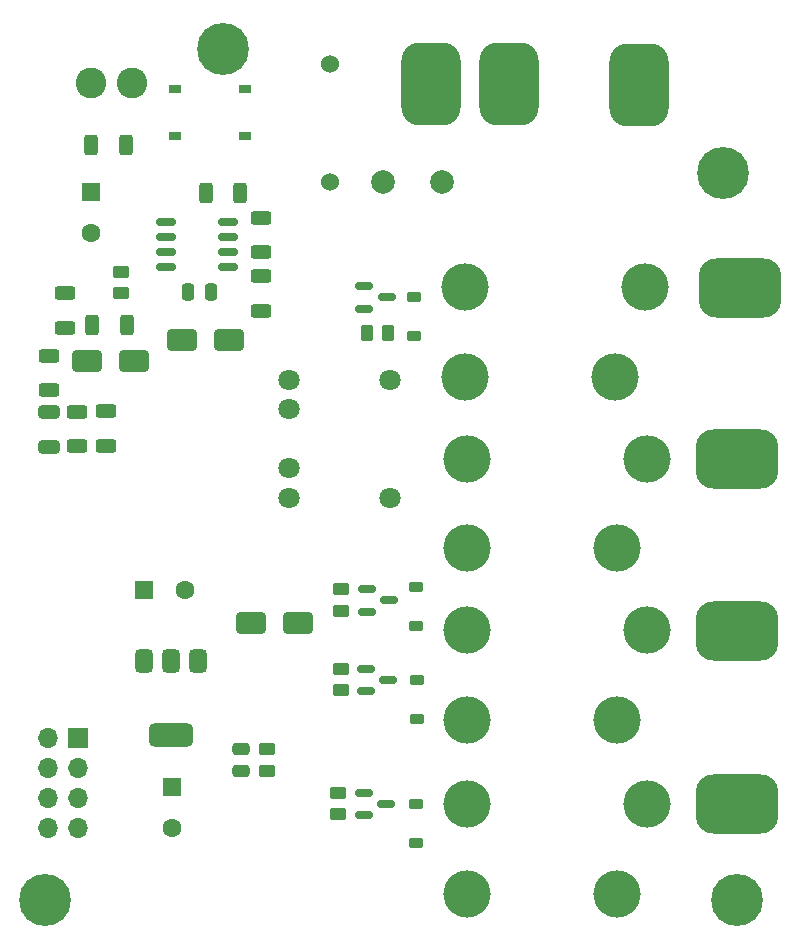
<source format=gts>
G04 #@! TF.GenerationSoftware,KiCad,Pcbnew,8.0.2-8.0.2-0~ubuntu22.04.1*
G04 #@! TF.CreationDate,2024-05-22T14:55:59+07:00*
G04 #@! TF.ProjectId,PCB_design,5043425f-6465-4736-9967-6e2e6b696361,rev?*
G04 #@! TF.SameCoordinates,Original*
G04 #@! TF.FileFunction,Soldermask,Top*
G04 #@! TF.FilePolarity,Negative*
%FSLAX46Y46*%
G04 Gerber Fmt 4.6, Leading zero omitted, Abs format (unit mm)*
G04 Created by KiCad (PCBNEW 8.0.2-8.0.2-0~ubuntu22.04.1) date 2024-05-22 14:55:59*
%MOMM*%
%LPD*%
G01*
G04 APERTURE LIST*
G04 Aperture macros list*
%AMRoundRect*
0 Rectangle with rounded corners*
0 $1 Rounding radius*
0 $2 $3 $4 $5 $6 $7 $8 $9 X,Y pos of 4 corners*
0 Add a 4 corners polygon primitive as box body*
4,1,4,$2,$3,$4,$5,$6,$7,$8,$9,$2,$3,0*
0 Add four circle primitives for the rounded corners*
1,1,$1+$1,$2,$3*
1,1,$1+$1,$4,$5*
1,1,$1+$1,$6,$7*
1,1,$1+$1,$8,$9*
0 Add four rect primitives between the rounded corners*
20,1,$1+$1,$2,$3,$4,$5,0*
20,1,$1+$1,$4,$5,$6,$7,0*
20,1,$1+$1,$6,$7,$8,$9,0*
20,1,$1+$1,$8,$9,$2,$3,0*%
G04 Aperture macros list end*
%ADD10RoundRect,0.250000X-0.450000X0.262500X-0.450000X-0.262500X0.450000X-0.262500X0.450000X0.262500X0*%
%ADD11RoundRect,0.225000X0.375000X-0.225000X0.375000X0.225000X-0.375000X0.225000X-0.375000X-0.225000X0*%
%ADD12RoundRect,0.250000X0.475000X-0.250000X0.475000X0.250000X-0.475000X0.250000X-0.475000X-0.250000X0*%
%ADD13RoundRect,0.250000X0.625000X-0.312500X0.625000X0.312500X-0.625000X0.312500X-0.625000X-0.312500X0*%
%ADD14C,0.700000*%
%ADD15RoundRect,1.500000X1.000000X2.000000X-1.000000X2.000000X-1.000000X-2.000000X1.000000X-2.000000X0*%
%ADD16RoundRect,0.250000X0.450000X-0.262500X0.450000X0.262500X-0.450000X0.262500X-0.450000X-0.262500X0*%
%ADD17C,4.400000*%
%ADD18R,1.600000X1.600000*%
%ADD19C,1.600000*%
%ADD20RoundRect,0.150000X0.675000X0.150000X-0.675000X0.150000X-0.675000X-0.150000X0.675000X-0.150000X0*%
%ADD21C,1.524000*%
%ADD22RoundRect,0.250000X-1.000000X-0.650000X1.000000X-0.650000X1.000000X0.650000X-1.000000X0.650000X0*%
%ADD23C,2.000000*%
%ADD24C,4.000000*%
%ADD25RoundRect,0.150000X-0.587500X-0.150000X0.587500X-0.150000X0.587500X0.150000X-0.587500X0.150000X0*%
%ADD26R,1.700000X1.700000*%
%ADD27O,1.700000X1.700000*%
%ADD28C,2.600000*%
%ADD29RoundRect,1.500000X2.000000X-1.000000X2.000000X1.000000X-2.000000X1.000000X-2.000000X-1.000000X0*%
%ADD30RoundRect,0.375000X-0.375000X0.625000X-0.375000X-0.625000X0.375000X-0.625000X0.375000X0.625000X0*%
%ADD31RoundRect,0.500000X-1.400000X0.500000X-1.400000X-0.500000X1.400000X-0.500000X1.400000X0.500000X0*%
%ADD32RoundRect,0.250000X0.312500X0.625000X-0.312500X0.625000X-0.312500X-0.625000X0.312500X-0.625000X0*%
%ADD33RoundRect,0.250000X0.262500X0.450000X-0.262500X0.450000X-0.262500X-0.450000X0.262500X-0.450000X0*%
%ADD34RoundRect,0.250000X-0.625000X0.312500X-0.625000X-0.312500X0.625000X-0.312500X0.625000X0.312500X0*%
%ADD35RoundRect,0.250000X0.650000X-0.325000X0.650000X0.325000X-0.650000X0.325000X-0.650000X-0.325000X0*%
%ADD36C,1.800000*%
%ADD37R,1.000000X0.700000*%
%ADD38RoundRect,0.250000X0.250000X0.475000X-0.250000X0.475000X-0.250000X-0.475000X0.250000X-0.475000X0*%
G04 APERTURE END LIST*
D10*
X106900000Y-51437500D03*
X106900000Y-53262500D03*
D11*
X131900000Y-89300000D03*
X131900000Y-86000000D03*
D12*
X117050000Y-93712500D03*
X117050000Y-91812500D03*
D13*
X100800000Y-61462500D03*
X100800000Y-58537500D03*
D14*
X134300000Y-33300000D03*
D15*
X133100000Y-35550000D03*
D14*
X133100000Y-33300000D03*
X131900000Y-33300000D03*
D16*
X125500000Y-86862500D03*
X125500000Y-85037500D03*
D14*
X156216726Y-43033274D03*
X156700000Y-41866548D03*
X156700000Y-44200000D03*
X157866726Y-41383274D03*
D17*
X157866726Y-43033274D03*
D14*
X157866726Y-44683274D03*
X159033452Y-41866548D03*
X159033452Y-44200000D03*
X159516726Y-43033274D03*
D11*
X131700000Y-56900000D03*
X131700000Y-53600000D03*
D16*
X125250000Y-97362500D03*
X125250000Y-95537500D03*
D18*
X104350000Y-44650000D03*
D19*
X104350000Y-48150000D03*
D20*
X115925000Y-51055000D03*
X115925000Y-49785000D03*
X115925000Y-48515000D03*
X115925000Y-47245000D03*
X110675000Y-47245000D03*
X110675000Y-48515000D03*
X110675000Y-49785000D03*
X110675000Y-51055000D03*
D21*
X124600000Y-43850000D03*
X124600000Y-33850000D03*
D22*
X103950000Y-59000000D03*
X107950000Y-59000000D03*
D13*
X105600000Y-66137500D03*
X105600000Y-63212500D03*
D23*
X134050000Y-43850000D03*
X129050000Y-43850000D03*
D22*
X112000000Y-57200000D03*
X116000000Y-57200000D03*
D11*
X131800000Y-99800000D03*
X131800000Y-96500000D03*
D24*
X148725000Y-60350000D03*
X151265000Y-52750000D03*
X136025000Y-60350000D03*
X136025000Y-52750000D03*
D25*
X127575000Y-85050000D03*
X127575000Y-86950000D03*
X129450000Y-86000000D03*
D24*
X148850000Y-104100000D03*
X151390000Y-96500000D03*
X136150000Y-104100000D03*
X136150000Y-96500000D03*
D26*
X103200000Y-90930000D03*
D27*
X100660000Y-90930000D03*
X103200000Y-93470000D03*
X100660000Y-93470000D03*
X103200000Y-96010000D03*
X100660000Y-96010000D03*
X103200000Y-98550000D03*
X100660000Y-98550000D03*
D13*
X103150000Y-66200000D03*
X103150000Y-63275000D03*
D24*
X148850000Y-74850000D03*
X151390000Y-67250000D03*
X136150000Y-74850000D03*
X136150000Y-67250000D03*
D16*
X125500000Y-80112500D03*
X125500000Y-78287500D03*
D28*
X107812500Y-35400000D03*
X104312500Y-35400000D03*
D14*
X140900000Y-33300000D03*
D15*
X139700000Y-35550000D03*
D14*
X139700000Y-33300000D03*
X138500000Y-33300000D03*
D25*
X127675000Y-78300000D03*
X127675000Y-80200000D03*
X129550000Y-79250000D03*
D13*
X118700000Y-54712500D03*
X118700000Y-51787500D03*
D14*
X113883274Y-32533274D03*
X114366548Y-31366548D03*
X114366548Y-33700000D03*
X115533274Y-30883274D03*
D17*
X115533274Y-32533274D03*
D14*
X115533274Y-34183274D03*
X116700000Y-31366548D03*
X116700000Y-33700000D03*
X117183274Y-32533274D03*
D25*
X127462500Y-95537500D03*
X127462500Y-97437500D03*
X129337500Y-96487500D03*
D14*
X161300000Y-83000000D03*
D29*
X159050000Y-81800000D03*
D14*
X161300000Y-81800000D03*
X161300000Y-80600000D03*
D24*
X148850000Y-89350000D03*
X151390000Y-81750000D03*
X136150000Y-89350000D03*
X136150000Y-81750000D03*
D13*
X102100000Y-56162500D03*
X102100000Y-53237500D03*
D30*
X113400000Y-84350000D03*
X111100000Y-84350000D03*
D31*
X111100000Y-90650000D03*
D30*
X108800000Y-84350000D03*
D32*
X107375000Y-55950000D03*
X104450000Y-55950000D03*
D33*
X129512500Y-56650000D03*
X127687500Y-56650000D03*
D25*
X127475000Y-52650000D03*
X127475000Y-54550000D03*
X129350000Y-53600000D03*
D18*
X111150000Y-95047349D03*
D19*
X111150000Y-98547349D03*
D34*
X118700000Y-46837500D03*
X118700000Y-49762500D03*
D14*
X161500000Y-54000000D03*
D29*
X159250000Y-52800000D03*
D14*
X161500000Y-52800000D03*
X161500000Y-51600000D03*
D32*
X116962500Y-44750000D03*
X114037500Y-44750000D03*
D16*
X119250000Y-93675000D03*
X119250000Y-91850000D03*
D14*
X157400000Y-104650000D03*
X157883274Y-103483274D03*
X157883274Y-105816726D03*
X159050000Y-103000000D03*
D17*
X159050000Y-104650000D03*
D14*
X159050000Y-106300000D03*
X160216726Y-103483274D03*
X160216726Y-105816726D03*
X160700000Y-104650000D03*
D35*
X100800000Y-66225000D03*
X100800000Y-63275000D03*
D32*
X107262500Y-40650000D03*
X104337500Y-40650000D03*
D14*
X98783274Y-104616726D03*
X99266548Y-103450000D03*
X99266548Y-105783452D03*
X100433274Y-102966726D03*
D17*
X100433274Y-104616726D03*
D14*
X100433274Y-106266726D03*
X101600000Y-103450000D03*
X101600000Y-105783452D03*
X102083274Y-104616726D03*
D22*
X117850000Y-81150000D03*
X121850000Y-81150000D03*
D14*
X151950000Y-33400000D03*
D15*
X150750000Y-35650000D03*
D14*
X150750000Y-33400000D03*
X149550000Y-33400000D03*
X161300000Y-97700000D03*
D29*
X159050000Y-96500000D03*
D14*
X161300000Y-96500000D03*
X161300000Y-95300000D03*
D36*
X121100000Y-68050000D03*
X121100000Y-70550000D03*
X129600000Y-70550000D03*
X129600000Y-60550000D03*
X121100000Y-63050000D03*
X121100000Y-60550000D03*
D11*
X131850000Y-81400000D03*
X131850000Y-78100000D03*
D37*
X111400000Y-35950000D03*
X111400000Y-39950000D03*
X117350000Y-39950000D03*
X117350000Y-35950000D03*
D14*
X161300000Y-68500000D03*
D29*
X159050000Y-67300000D03*
D14*
X161300000Y-67300000D03*
X161300000Y-66100000D03*
D38*
X114450000Y-53100000D03*
X112550000Y-53100000D03*
D18*
X108800000Y-78350000D03*
D19*
X112300000Y-78350000D03*
M02*

</source>
